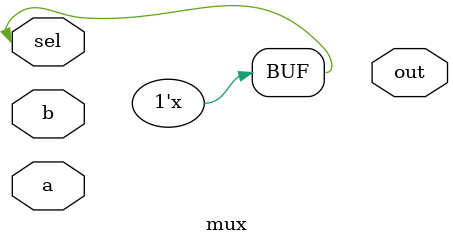
<source format=v>
module mux( 
input [4:0] a, b,
input sel,
output [4:0] out );
// When sel=0, assign a to out. 
// When sel=1, assign b to out. 
always @(*) begin
    out[sel] <= a[sel]==1'b1 || b[sel]==1'b1;
    sel <= sel + 1'b0;
end
endmodule

</source>
